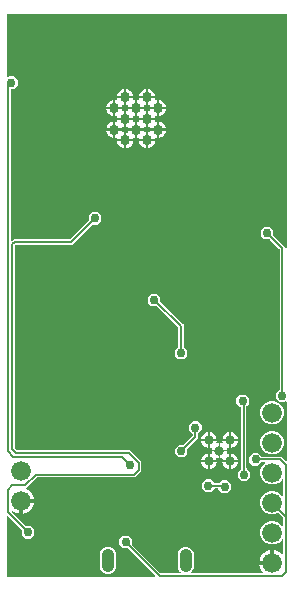
<source format=gbr>
G04 EAGLE Gerber RS-274X export*
G75*
%MOMM*%
%FSLAX34Y34*%
%LPD*%
%INBottom Copper*%
%IPPOS*%
%AMOC8*
5,1,8,0,0,1.08239X$1,22.5*%
G01*
%ADD10C,1.008000*%
%ADD11C,1.676400*%
%ADD12C,0.858000*%
%ADD13C,0.808000*%
%ADD14C,0.756400*%
%ADD15C,0.152400*%

G36*
X126474Y1536D02*
X126474Y1536D01*
X126546Y1538D01*
X126595Y1556D01*
X126646Y1564D01*
X126710Y1598D01*
X126777Y1623D01*
X126818Y1655D01*
X126864Y1680D01*
X126913Y1732D01*
X126969Y1776D01*
X126997Y1820D01*
X127033Y1858D01*
X127063Y1923D01*
X127102Y1983D01*
X127115Y2034D01*
X127137Y2081D01*
X127145Y2152D01*
X127162Y2222D01*
X127158Y2274D01*
X127164Y2325D01*
X127149Y2396D01*
X127143Y2467D01*
X127123Y2515D01*
X127112Y2566D01*
X127075Y2627D01*
X127047Y2693D01*
X127002Y2749D01*
X126985Y2777D01*
X126968Y2792D01*
X126942Y2824D01*
X104296Y25470D01*
X104222Y25523D01*
X104152Y25583D01*
X104122Y25595D01*
X104096Y25614D01*
X104009Y25641D01*
X103924Y25675D01*
X103883Y25679D01*
X103861Y25686D01*
X103829Y25685D01*
X103757Y25693D01*
X99802Y25693D01*
X96693Y28802D01*
X96693Y33198D01*
X99802Y36307D01*
X104198Y36307D01*
X107307Y33198D01*
X107307Y29243D01*
X107321Y29152D01*
X107329Y29062D01*
X107341Y29032D01*
X107346Y29000D01*
X107389Y28919D01*
X107425Y28835D01*
X107451Y28803D01*
X107462Y28782D01*
X107485Y28760D01*
X107530Y28704D01*
X131438Y4796D01*
X131512Y4743D01*
X131582Y4683D01*
X131612Y4671D01*
X131638Y4652D01*
X131725Y4625D01*
X131810Y4591D01*
X131851Y4587D01*
X131873Y4580D01*
X131905Y4581D01*
X131977Y4573D01*
X147666Y4573D01*
X147736Y4584D01*
X147808Y4586D01*
X147857Y4604D01*
X147908Y4612D01*
X147972Y4646D01*
X148039Y4671D01*
X148080Y4703D01*
X148126Y4728D01*
X148175Y4780D01*
X148231Y4824D01*
X148259Y4868D01*
X148295Y4906D01*
X148325Y4971D01*
X148364Y5031D01*
X148377Y5082D01*
X148399Y5129D01*
X148407Y5200D01*
X148424Y5270D01*
X148420Y5322D01*
X148426Y5373D01*
X148411Y5444D01*
X148405Y5515D01*
X148385Y5563D01*
X148374Y5614D01*
X148337Y5675D01*
X148309Y5741D01*
X148264Y5797D01*
X148247Y5825D01*
X148230Y5840D01*
X148204Y5872D01*
X147435Y6641D01*
X146435Y9054D01*
X146435Y21746D01*
X147435Y24159D01*
X149281Y26005D01*
X151694Y27005D01*
X154306Y27005D01*
X156719Y26005D01*
X158565Y24159D01*
X159565Y21746D01*
X159565Y9054D01*
X158565Y6641D01*
X157796Y5872D01*
X157754Y5814D01*
X157705Y5762D01*
X157683Y5715D01*
X157653Y5673D01*
X157632Y5604D01*
X157601Y5539D01*
X157596Y5487D01*
X157580Y5437D01*
X157582Y5366D01*
X157574Y5295D01*
X157585Y5244D01*
X157587Y5192D01*
X157611Y5124D01*
X157626Y5054D01*
X157653Y5009D01*
X157671Y4961D01*
X157716Y4905D01*
X157753Y4843D01*
X157792Y4809D01*
X157825Y4769D01*
X157885Y4730D01*
X157940Y4683D01*
X157988Y4664D01*
X158032Y4636D01*
X158101Y4618D01*
X158168Y4591D01*
X158239Y4583D01*
X158270Y4575D01*
X158294Y4577D01*
X158334Y4573D01*
X217642Y4573D01*
X217713Y4584D01*
X217785Y4586D01*
X217834Y4604D01*
X217885Y4612D01*
X217948Y4646D01*
X218016Y4671D01*
X218057Y4703D01*
X218103Y4728D01*
X218152Y4780D01*
X218208Y4824D01*
X218236Y4868D01*
X218272Y4906D01*
X218302Y4971D01*
X218341Y5031D01*
X218354Y5082D01*
X218376Y5129D01*
X218383Y5200D01*
X218401Y5270D01*
X218397Y5322D01*
X218403Y5373D01*
X218387Y5444D01*
X218382Y5515D01*
X218361Y5563D01*
X218350Y5614D01*
X218314Y5675D01*
X218285Y5741D01*
X218241Y5797D01*
X218224Y5825D01*
X218206Y5840D01*
X218181Y5872D01*
X217669Y6384D01*
X216658Y7775D01*
X215878Y9307D01*
X215346Y10942D01*
X215182Y11977D01*
X225238Y11977D01*
X225258Y11980D01*
X225277Y11978D01*
X225379Y12000D01*
X225481Y12017D01*
X225498Y12026D01*
X225518Y12030D01*
X225607Y12083D01*
X225698Y12132D01*
X225712Y12146D01*
X225729Y12156D01*
X225796Y12235D01*
X225867Y12310D01*
X225876Y12328D01*
X225889Y12343D01*
X225927Y12439D01*
X225971Y12533D01*
X225973Y12553D01*
X225981Y12571D01*
X225999Y12738D01*
X225999Y13501D01*
X226762Y13501D01*
X226782Y13504D01*
X226801Y13502D01*
X226903Y13524D01*
X227005Y13541D01*
X227022Y13550D01*
X227042Y13554D01*
X227131Y13607D01*
X227222Y13656D01*
X227236Y13670D01*
X227253Y13680D01*
X227320Y13759D01*
X227391Y13834D01*
X227400Y13852D01*
X227413Y13867D01*
X227452Y13963D01*
X227495Y14057D01*
X227497Y14077D01*
X227505Y14095D01*
X227523Y14262D01*
X227523Y24318D01*
X228558Y24154D01*
X230193Y23622D01*
X231725Y22842D01*
X233116Y21831D01*
X234128Y20819D01*
X234186Y20777D01*
X234238Y20728D01*
X234285Y20706D01*
X234327Y20676D01*
X234396Y20655D01*
X234461Y20624D01*
X234513Y20619D01*
X234563Y20603D01*
X234634Y20605D01*
X234705Y20597D01*
X234756Y20608D01*
X234808Y20610D01*
X234876Y20634D01*
X234946Y20650D01*
X234991Y20676D01*
X235039Y20694D01*
X235095Y20739D01*
X235157Y20776D01*
X235191Y20815D01*
X235231Y20848D01*
X235270Y20908D01*
X235317Y20963D01*
X235336Y21011D01*
X235364Y21055D01*
X235382Y21124D01*
X235409Y21191D01*
X235417Y21262D01*
X235425Y21293D01*
X235423Y21317D01*
X235427Y21358D01*
X235427Y32479D01*
X235416Y32550D01*
X235414Y32622D01*
X235396Y32671D01*
X235388Y32722D01*
X235354Y32785D01*
X235329Y32853D01*
X235297Y32893D01*
X235272Y32939D01*
X235220Y32989D01*
X235176Y33045D01*
X235132Y33073D01*
X235094Y33109D01*
X235029Y33139D01*
X234969Y33178D01*
X234918Y33190D01*
X234871Y33212D01*
X234800Y33220D01*
X234730Y33238D01*
X234678Y33234D01*
X234627Y33239D01*
X234556Y33224D01*
X234485Y33219D01*
X234437Y33198D01*
X234386Y33187D01*
X234325Y33150D01*
X234259Y33122D01*
X234203Y33078D01*
X234175Y33061D01*
X234160Y33043D01*
X234128Y33018D01*
X231612Y30501D01*
X227971Y28993D01*
X224029Y28993D01*
X220388Y30501D01*
X217601Y33288D01*
X216093Y36929D01*
X216093Y40871D01*
X217601Y44512D01*
X220388Y47299D01*
X224029Y48807D01*
X227971Y48807D01*
X231612Y47299D01*
X234128Y44782D01*
X234186Y44741D01*
X234238Y44691D01*
X234285Y44669D01*
X234327Y44639D01*
X234396Y44618D01*
X234461Y44588D01*
X234513Y44582D01*
X234563Y44567D01*
X234634Y44568D01*
X234705Y44561D01*
X234756Y44572D01*
X234808Y44573D01*
X234876Y44598D01*
X234946Y44613D01*
X234991Y44640D01*
X235039Y44657D01*
X235095Y44702D01*
X235157Y44739D01*
X235191Y44779D01*
X235231Y44811D01*
X235270Y44871D01*
X235317Y44926D01*
X235336Y44974D01*
X235364Y45018D01*
X235382Y45087D01*
X235409Y45154D01*
X235417Y45225D01*
X235425Y45257D01*
X235423Y45280D01*
X235427Y45321D01*
X235427Y51323D01*
X235413Y51414D01*
X235405Y51504D01*
X235393Y51534D01*
X235388Y51566D01*
X235345Y51647D01*
X235309Y51731D01*
X235283Y51763D01*
X235272Y51784D01*
X235249Y51806D01*
X235204Y51862D01*
X231655Y55411D01*
X231561Y55479D01*
X231467Y55549D01*
X231461Y55551D01*
X231456Y55554D01*
X231344Y55589D01*
X231233Y55625D01*
X231226Y55625D01*
X231220Y55627D01*
X231104Y55624D01*
X230987Y55623D01*
X230980Y55621D01*
X230975Y55620D01*
X230957Y55614D01*
X230826Y55576D01*
X227971Y54393D01*
X224029Y54393D01*
X220388Y55901D01*
X217601Y58688D01*
X216093Y62329D01*
X216093Y66271D01*
X217601Y69912D01*
X220388Y72699D01*
X224029Y74207D01*
X227971Y74207D01*
X231612Y72699D01*
X234128Y70182D01*
X234186Y70141D01*
X234238Y70091D01*
X234285Y70069D01*
X234327Y70039D01*
X234396Y70018D01*
X234461Y69988D01*
X234513Y69982D01*
X234563Y69967D01*
X234634Y69968D01*
X234705Y69961D01*
X234756Y69972D01*
X234808Y69973D01*
X234876Y69998D01*
X234946Y70013D01*
X234991Y70040D01*
X235039Y70057D01*
X235095Y70102D01*
X235157Y70139D01*
X235191Y70179D01*
X235231Y70211D01*
X235270Y70271D01*
X235317Y70326D01*
X235336Y70374D01*
X235364Y70418D01*
X235382Y70487D01*
X235409Y70554D01*
X235417Y70625D01*
X235425Y70657D01*
X235423Y70680D01*
X235427Y70721D01*
X235427Y83279D01*
X235416Y83350D01*
X235414Y83422D01*
X235396Y83471D01*
X235388Y83522D01*
X235354Y83585D01*
X235329Y83653D01*
X235297Y83693D01*
X235272Y83739D01*
X235220Y83789D01*
X235176Y83845D01*
X235132Y83873D01*
X235094Y83909D01*
X235029Y83939D01*
X234969Y83978D01*
X234918Y83990D01*
X234871Y84012D01*
X234800Y84020D01*
X234730Y84038D01*
X234678Y84034D01*
X234627Y84039D01*
X234556Y84024D01*
X234485Y84019D01*
X234437Y83998D01*
X234386Y83987D01*
X234325Y83950D01*
X234259Y83922D01*
X234203Y83878D01*
X234175Y83861D01*
X234160Y83843D01*
X234128Y83818D01*
X231612Y81301D01*
X227971Y79793D01*
X224029Y79793D01*
X220388Y81301D01*
X217601Y84088D01*
X216093Y87729D01*
X216093Y91671D01*
X217601Y95312D01*
X219704Y97414D01*
X219745Y97472D01*
X219795Y97524D01*
X219817Y97571D01*
X219847Y97613D01*
X219868Y97682D01*
X219898Y97747D01*
X219904Y97799D01*
X219919Y97849D01*
X219918Y97920D01*
X219925Y97991D01*
X219914Y98042D01*
X219913Y98094D01*
X219888Y98162D01*
X219873Y98232D01*
X219846Y98277D01*
X219829Y98325D01*
X219784Y98381D01*
X219747Y98443D01*
X219707Y98477D01*
X219675Y98517D01*
X219615Y98556D01*
X219560Y98603D01*
X219512Y98622D01*
X219468Y98650D01*
X219399Y98668D01*
X219332Y98695D01*
X219261Y98703D01*
X219229Y98711D01*
X219206Y98709D01*
X219165Y98713D01*
X217533Y98713D01*
X217443Y98699D01*
X217352Y98691D01*
X217323Y98679D01*
X217291Y98674D01*
X217210Y98631D01*
X217126Y98595D01*
X217094Y98569D01*
X217073Y98558D01*
X217051Y98535D01*
X216995Y98490D01*
X214198Y95693D01*
X209802Y95693D01*
X206693Y98802D01*
X206693Y103198D01*
X209802Y106307D01*
X214198Y106307D01*
X216995Y103510D01*
X217069Y103457D01*
X217139Y103397D01*
X217169Y103385D01*
X217195Y103366D01*
X217282Y103339D01*
X217367Y103305D01*
X217408Y103301D01*
X217430Y103294D01*
X217462Y103295D01*
X217533Y103287D01*
X233947Y103287D01*
X237176Y100058D01*
X237234Y100016D01*
X237286Y99967D01*
X237333Y99945D01*
X237375Y99915D01*
X237444Y99894D01*
X237509Y99863D01*
X237561Y99858D01*
X237611Y99842D01*
X237682Y99844D01*
X237753Y99836D01*
X237804Y99847D01*
X237856Y99849D01*
X237924Y99873D01*
X237994Y99888D01*
X238039Y99915D01*
X238087Y99933D01*
X238143Y99978D01*
X238205Y100015D01*
X238239Y100054D01*
X238279Y100087D01*
X238318Y100147D01*
X238365Y100202D01*
X238384Y100250D01*
X238412Y100294D01*
X238430Y100363D01*
X238457Y100430D01*
X238465Y100501D01*
X238473Y100532D01*
X238471Y100556D01*
X238475Y100596D01*
X238475Y149439D01*
X238464Y149509D01*
X238462Y149581D01*
X238444Y149630D01*
X238436Y149681D01*
X238402Y149745D01*
X238377Y149812D01*
X238345Y149853D01*
X238320Y149899D01*
X238268Y149948D01*
X238224Y150004D01*
X238180Y150032D01*
X238142Y150068D01*
X238077Y150098D01*
X238017Y150137D01*
X237966Y150150D01*
X237919Y150172D01*
X237848Y150180D01*
X237778Y150197D01*
X237726Y150193D01*
X237675Y150199D01*
X237604Y150184D01*
X237533Y150178D01*
X237485Y150158D01*
X237434Y150147D01*
X237373Y150110D01*
X237307Y150082D01*
X237251Y150037D01*
X237223Y150020D01*
X237208Y150003D01*
X237176Y149977D01*
X236892Y149693D01*
X232655Y149693D01*
X232584Y149682D01*
X232512Y149680D01*
X232463Y149662D01*
X232412Y149654D01*
X232349Y149620D01*
X232281Y149595D01*
X232241Y149563D01*
X232195Y149538D01*
X232145Y149486D01*
X232089Y149442D01*
X232061Y149398D01*
X232025Y149360D01*
X231995Y149295D01*
X231956Y149235D01*
X231944Y149184D01*
X231922Y149137D01*
X231914Y149066D01*
X231896Y148996D01*
X231900Y148944D01*
X231895Y148893D01*
X231910Y148822D01*
X231915Y148751D01*
X231936Y148703D01*
X231947Y148652D01*
X231984Y148591D01*
X232012Y148525D01*
X232056Y148469D01*
X232073Y148441D01*
X232091Y148426D01*
X232116Y148394D01*
X234399Y146112D01*
X235907Y142471D01*
X235907Y138529D01*
X234399Y134888D01*
X231612Y132101D01*
X227971Y130593D01*
X224029Y130593D01*
X220388Y132101D01*
X217601Y134888D01*
X216093Y138529D01*
X216093Y142471D01*
X217601Y146112D01*
X220388Y148899D01*
X224029Y150407D01*
X227971Y150407D01*
X230942Y149176D01*
X231037Y149154D01*
X231130Y149125D01*
X231156Y149126D01*
X231182Y149120D01*
X231278Y149129D01*
X231376Y149131D01*
X231400Y149140D01*
X231426Y149143D01*
X231515Y149182D01*
X231607Y149216D01*
X231627Y149232D01*
X231651Y149243D01*
X231723Y149309D01*
X231799Y149370D01*
X231813Y149392D01*
X231832Y149409D01*
X231879Y149495D01*
X231932Y149576D01*
X231938Y149602D01*
X231951Y149625D01*
X231968Y149721D01*
X231992Y149815D01*
X231990Y149841D01*
X231995Y149867D01*
X231980Y149963D01*
X231973Y150060D01*
X231963Y150084D01*
X231959Y150110D01*
X231915Y150197D01*
X231876Y150287D01*
X231856Y150312D01*
X231847Y150329D01*
X231824Y150353D01*
X231772Y150417D01*
X229387Y152802D01*
X229387Y157198D01*
X232184Y159995D01*
X232237Y160069D01*
X232297Y160139D01*
X232309Y160169D01*
X232328Y160195D01*
X232355Y160282D01*
X232389Y160367D01*
X232393Y160408D01*
X232400Y160430D01*
X232399Y160462D01*
X232407Y160533D01*
X232407Y278466D01*
X232393Y278556D01*
X232385Y278647D01*
X232373Y278677D01*
X232368Y278708D01*
X232325Y278789D01*
X232289Y278873D01*
X232263Y278905D01*
X232252Y278926D01*
X232229Y278948D01*
X232184Y279004D01*
X224007Y287181D01*
X223933Y287235D01*
X223863Y287294D01*
X223833Y287306D01*
X223807Y287325D01*
X223720Y287352D01*
X223635Y287386D01*
X223594Y287390D01*
X223572Y287397D01*
X223540Y287396D01*
X223469Y287404D01*
X219513Y287404D01*
X216404Y290513D01*
X216404Y294909D01*
X219513Y298018D01*
X223909Y298018D01*
X227018Y294909D01*
X227018Y290954D01*
X227033Y290864D01*
X227040Y290773D01*
X227052Y290743D01*
X227058Y290711D01*
X227100Y290630D01*
X227136Y290546D01*
X227162Y290514D01*
X227173Y290494D01*
X227196Y290471D01*
X227241Y290415D01*
X235418Y282238D01*
X237176Y280480D01*
X237234Y280439D01*
X237286Y280389D01*
X237333Y280367D01*
X237375Y280337D01*
X237444Y280316D01*
X237509Y280286D01*
X237561Y280280D01*
X237611Y280265D01*
X237682Y280266D01*
X237753Y280258D01*
X237804Y280270D01*
X237856Y280271D01*
X237924Y280296D01*
X237994Y280311D01*
X238039Y280337D01*
X238087Y280355D01*
X238143Y280400D01*
X238205Y280437D01*
X238239Y280476D01*
X238279Y280509D01*
X238318Y280569D01*
X238365Y280624D01*
X238384Y280672D01*
X238412Y280716D01*
X238430Y280785D01*
X238457Y280852D01*
X238465Y280923D01*
X238473Y280954D01*
X238471Y280978D01*
X238475Y281019D01*
X238475Y477714D01*
X238472Y477734D01*
X238474Y477753D01*
X238452Y477855D01*
X238436Y477957D01*
X238426Y477974D01*
X238422Y477994D01*
X238369Y478083D01*
X238320Y478174D01*
X238306Y478188D01*
X238296Y478205D01*
X238217Y478272D01*
X238142Y478344D01*
X238124Y478352D01*
X238109Y478365D01*
X238013Y478404D01*
X237919Y478447D01*
X237899Y478449D01*
X237881Y478457D01*
X237714Y478475D01*
X2286Y478475D01*
X2266Y478472D01*
X2247Y478474D01*
X2145Y478452D01*
X2043Y478436D01*
X2026Y478426D01*
X2006Y478422D01*
X1917Y478369D01*
X1826Y478320D01*
X1812Y478306D01*
X1795Y478296D01*
X1728Y478217D01*
X1656Y478142D01*
X1648Y478124D01*
X1635Y478109D01*
X1596Y478013D01*
X1553Y477919D01*
X1551Y477899D01*
X1543Y477881D01*
X1525Y477714D01*
X1525Y425561D01*
X1536Y425491D01*
X1538Y425419D01*
X1556Y425370D01*
X1564Y425319D01*
X1598Y425255D01*
X1623Y425188D01*
X1655Y425147D01*
X1680Y425101D01*
X1732Y425052D01*
X1776Y424996D01*
X1820Y424968D01*
X1858Y424932D01*
X1923Y424902D01*
X1983Y424863D01*
X2034Y424850D01*
X2081Y424828D01*
X2152Y424820D01*
X2222Y424803D01*
X2274Y424807D01*
X2325Y424801D01*
X2396Y424816D01*
X2467Y424822D01*
X2515Y424842D01*
X2566Y424853D01*
X2627Y424890D01*
X2693Y424918D01*
X2749Y424963D01*
X2777Y424980D01*
X2792Y424997D01*
X2824Y425023D01*
X3108Y425307D01*
X7504Y425307D01*
X10613Y422198D01*
X10613Y417802D01*
X7504Y414693D01*
X5334Y414693D01*
X5314Y414690D01*
X5295Y414692D01*
X5193Y414670D01*
X5091Y414654D01*
X5074Y414644D01*
X5054Y414640D01*
X4965Y414587D01*
X4874Y414538D01*
X4860Y414524D01*
X4843Y414514D01*
X4776Y414435D01*
X4704Y414360D01*
X4696Y414342D01*
X4683Y414327D01*
X4644Y414231D01*
X4601Y414137D01*
X4599Y414117D01*
X4591Y414099D01*
X4573Y413932D01*
X4573Y286544D01*
X4584Y286474D01*
X4586Y286402D01*
X4604Y286353D01*
X4612Y286302D01*
X4646Y286238D01*
X4671Y286171D01*
X4703Y286130D01*
X4728Y286084D01*
X4780Y286035D01*
X4824Y285979D01*
X4868Y285951D01*
X4906Y285915D01*
X4971Y285885D01*
X5031Y285846D01*
X5082Y285833D01*
X5129Y285811D01*
X5200Y285803D01*
X5270Y285786D01*
X5322Y285790D01*
X5373Y285784D01*
X5444Y285799D01*
X5515Y285805D01*
X5563Y285825D01*
X5614Y285836D01*
X5675Y285873D01*
X5741Y285901D01*
X5797Y285946D01*
X5825Y285963D01*
X5840Y285980D01*
X5872Y286006D01*
X7153Y287287D01*
X54737Y287287D01*
X54828Y287301D01*
X54918Y287309D01*
X54948Y287321D01*
X54980Y287326D01*
X55061Y287369D01*
X55145Y287405D01*
X55177Y287431D01*
X55198Y287442D01*
X55220Y287465D01*
X55276Y287510D01*
X70470Y302704D01*
X70523Y302778D01*
X70583Y302848D01*
X70595Y302878D01*
X70614Y302904D01*
X70641Y302991D01*
X70675Y303076D01*
X70679Y303117D01*
X70686Y303139D01*
X70685Y303171D01*
X70693Y303243D01*
X70693Y307198D01*
X73802Y310307D01*
X78198Y310307D01*
X81307Y307198D01*
X81307Y302802D01*
X78198Y299693D01*
X74243Y299693D01*
X74152Y299679D01*
X74062Y299671D01*
X74032Y299659D01*
X74000Y299654D01*
X73919Y299611D01*
X73835Y299575D01*
X73803Y299549D01*
X73782Y299538D01*
X73760Y299515D01*
X73704Y299470D01*
X56947Y282713D01*
X9362Y282713D01*
X9272Y282699D01*
X9181Y282691D01*
X9152Y282679D01*
X9120Y282674D01*
X9039Y282631D01*
X8955Y282595D01*
X8923Y282569D01*
X8902Y282558D01*
X8880Y282535D01*
X8824Y282490D01*
X8590Y282256D01*
X8537Y282182D01*
X8477Y282112D01*
X8465Y282082D01*
X8446Y282056D01*
X8419Y281969D01*
X8385Y281884D01*
X8381Y281843D01*
X8374Y281821D01*
X8375Y281789D01*
X8367Y281717D01*
X8367Y111134D01*
X8369Y111119D01*
X8368Y111105D01*
X8382Y111041D01*
X8389Y110953D01*
X8401Y110923D01*
X8406Y110891D01*
X8420Y110866D01*
X8420Y110865D01*
X8423Y110860D01*
X8449Y110810D01*
X8485Y110727D01*
X8511Y110694D01*
X8522Y110674D01*
X8545Y110652D01*
X8590Y110596D01*
X9882Y109304D01*
X9956Y109251D01*
X10025Y109191D01*
X10055Y109179D01*
X10081Y109160D01*
X10168Y109133D01*
X10253Y109099D01*
X10294Y109095D01*
X10316Y109088D01*
X10349Y109089D01*
X10420Y109081D01*
X105375Y109081D01*
X115287Y99169D01*
X115287Y90831D01*
X110169Y85713D01*
X27263Y85713D01*
X27172Y85699D01*
X27082Y85691D01*
X27052Y85679D01*
X27020Y85674D01*
X26939Y85631D01*
X26855Y85595D01*
X26823Y85569D01*
X26802Y85558D01*
X26780Y85535D01*
X26724Y85490D01*
X19510Y78276D01*
X18145Y76911D01*
X18135Y76898D01*
X18123Y76888D01*
X18064Y76798D01*
X18001Y76711D01*
X17996Y76696D01*
X17988Y76682D01*
X17960Y76578D01*
X17929Y76476D01*
X17929Y76460D01*
X17925Y76445D01*
X17932Y76337D01*
X17935Y76230D01*
X17941Y76215D01*
X17942Y76199D01*
X17982Y76100D01*
X18020Y75999D01*
X18030Y75986D01*
X18036Y75972D01*
X18106Y75891D01*
X18173Y75807D01*
X18187Y75798D01*
X18197Y75786D01*
X18337Y75694D01*
X19225Y75242D01*
X20616Y74231D01*
X21831Y73016D01*
X22842Y71625D01*
X23622Y70093D01*
X24154Y68458D01*
X24318Y67423D01*
X14262Y67423D01*
X14242Y67420D01*
X14223Y67422D01*
X14121Y67400D01*
X14019Y67383D01*
X14002Y67374D01*
X13982Y67370D01*
X13893Y67317D01*
X13802Y67268D01*
X13788Y67254D01*
X13771Y67244D01*
X13704Y67165D01*
X13633Y67090D01*
X13624Y67072D01*
X13611Y67057D01*
X13573Y66961D01*
X13529Y66867D01*
X13527Y66847D01*
X13519Y66829D01*
X13501Y66662D01*
X13501Y65899D01*
X12738Y65899D01*
X12718Y65896D01*
X12699Y65898D01*
X12597Y65876D01*
X12495Y65859D01*
X12478Y65850D01*
X12458Y65846D01*
X12369Y65793D01*
X12278Y65744D01*
X12264Y65730D01*
X12247Y65720D01*
X12180Y65641D01*
X12109Y65566D01*
X12100Y65548D01*
X12087Y65533D01*
X12048Y65437D01*
X12005Y65343D01*
X12003Y65323D01*
X11995Y65305D01*
X11977Y65138D01*
X11977Y55082D01*
X10942Y55246D01*
X9307Y55778D01*
X7775Y56558D01*
X6624Y57395D01*
X6567Y57423D01*
X6515Y57461D01*
X6458Y57478D01*
X6404Y57505D01*
X6341Y57514D01*
X6280Y57533D01*
X6220Y57531D01*
X6161Y57540D01*
X6098Y57528D01*
X6034Y57527D01*
X5978Y57506D01*
X5919Y57495D01*
X5863Y57464D01*
X5803Y57442D01*
X5756Y57405D01*
X5704Y57376D01*
X5661Y57328D01*
X5611Y57288D01*
X5578Y57238D01*
X5538Y57194D01*
X5512Y57135D01*
X5478Y57082D01*
X5463Y57023D01*
X5439Y56969D01*
X5433Y56905D01*
X5418Y56843D01*
X5422Y56783D01*
X5417Y56724D01*
X5432Y56661D01*
X5437Y56598D01*
X5460Y56543D01*
X5474Y56484D01*
X5508Y56430D01*
X5533Y56371D01*
X5587Y56304D01*
X5605Y56276D01*
X5623Y56259D01*
X5638Y56240D01*
X17027Y44852D01*
X17100Y44799D01*
X17170Y44739D01*
X17200Y44727D01*
X17226Y44708D01*
X17313Y44682D01*
X17398Y44648D01*
X17439Y44643D01*
X17461Y44636D01*
X17494Y44637D01*
X17565Y44629D01*
X21520Y44629D01*
X24629Y41520D01*
X24629Y37124D01*
X21520Y34016D01*
X17124Y34016D01*
X14016Y37124D01*
X14016Y41080D01*
X14001Y41170D01*
X13994Y41261D01*
X13981Y41291D01*
X13976Y41323D01*
X13933Y41403D01*
X13897Y41487D01*
X13872Y41519D01*
X13861Y41540D01*
X13837Y41562D01*
X13793Y41618D01*
X2824Y52586D01*
X2766Y52628D01*
X2714Y52678D01*
X2667Y52700D01*
X2625Y52730D01*
X2556Y52751D01*
X2491Y52781D01*
X2439Y52787D01*
X2389Y52802D01*
X2318Y52800D01*
X2247Y52808D01*
X2196Y52797D01*
X2144Y52796D01*
X2076Y52771D01*
X2006Y52756D01*
X1961Y52729D01*
X1913Y52712D01*
X1857Y52667D01*
X1795Y52630D01*
X1761Y52590D01*
X1721Y52558D01*
X1682Y52498D01*
X1635Y52443D01*
X1616Y52395D01*
X1588Y52351D01*
X1570Y52281D01*
X1543Y52215D01*
X1535Y52144D01*
X1527Y52112D01*
X1529Y52089D01*
X1525Y52048D01*
X1525Y2286D01*
X1528Y2266D01*
X1526Y2247D01*
X1548Y2145D01*
X1564Y2043D01*
X1574Y2026D01*
X1578Y2006D01*
X1631Y1917D01*
X1680Y1826D01*
X1694Y1812D01*
X1704Y1795D01*
X1783Y1728D01*
X1858Y1656D01*
X1876Y1648D01*
X1891Y1635D01*
X1987Y1596D01*
X2081Y1553D01*
X2101Y1551D01*
X2119Y1543D01*
X2286Y1525D01*
X126404Y1525D01*
X126474Y1536D01*
G37*
%LPC*%
G36*
X199802Y82693D02*
X199802Y82693D01*
X196693Y85802D01*
X196693Y90198D01*
X199490Y92995D01*
X199543Y93069D01*
X199603Y93139D01*
X199615Y93169D01*
X199634Y93195D01*
X199661Y93282D01*
X199695Y93367D01*
X199699Y93408D01*
X199706Y93430D01*
X199705Y93462D01*
X199713Y93533D01*
X199713Y144334D01*
X199710Y144354D01*
X199712Y144373D01*
X199690Y144475D01*
X199674Y144577D01*
X199664Y144594D01*
X199660Y144614D01*
X199607Y144703D01*
X199558Y144794D01*
X199544Y144808D01*
X199534Y144825D01*
X199455Y144892D01*
X199380Y144964D01*
X199362Y144972D01*
X199347Y144985D01*
X199251Y145024D01*
X199157Y145067D01*
X199137Y145069D01*
X199119Y145077D01*
X198952Y145095D01*
X198802Y145095D01*
X195693Y148204D01*
X195693Y152600D01*
X198802Y155709D01*
X203198Y155709D01*
X206307Y152600D01*
X206307Y148204D01*
X204510Y146407D01*
X204457Y146333D01*
X204397Y146263D01*
X204385Y146233D01*
X204366Y146207D01*
X204339Y146120D01*
X204305Y146035D01*
X204301Y145994D01*
X204294Y145972D01*
X204295Y145940D01*
X204287Y145869D01*
X204287Y93533D01*
X204301Y93443D01*
X204309Y93352D01*
X204321Y93323D01*
X204326Y93291D01*
X204369Y93210D01*
X204405Y93126D01*
X204431Y93094D01*
X204442Y93073D01*
X204465Y93051D01*
X204510Y92995D01*
X207307Y90198D01*
X207307Y85802D01*
X204198Y82693D01*
X199802Y82693D01*
G37*
%LPD*%
%LPC*%
G36*
X146702Y185693D02*
X146702Y185693D01*
X143593Y188802D01*
X143593Y193198D01*
X146390Y195995D01*
X146443Y196069D01*
X146503Y196139D01*
X146515Y196169D01*
X146534Y196195D01*
X146561Y196282D01*
X146595Y196367D01*
X146599Y196408D01*
X146606Y196430D01*
X146605Y196462D01*
X146613Y196533D01*
X146613Y212966D01*
X146597Y213067D01*
X146586Y213169D01*
X146577Y213188D01*
X146574Y213208D01*
X146526Y213299D01*
X146482Y213393D01*
X146466Y213412D01*
X146458Y213426D01*
X146435Y213448D01*
X146374Y213520D01*
X128339Y230485D01*
X128273Y230529D01*
X128212Y230581D01*
X128171Y230597D01*
X128135Y230622D01*
X128058Y230643D01*
X127984Y230673D01*
X127926Y230679D01*
X127897Y230687D01*
X127870Y230685D01*
X127817Y230691D01*
X123617Y230691D01*
X120508Y233800D01*
X120508Y238196D01*
X123617Y241305D01*
X128013Y241305D01*
X131122Y238196D01*
X131122Y234475D01*
X131138Y234373D01*
X131149Y234271D01*
X131158Y234252D01*
X131161Y234232D01*
X131181Y234194D01*
X131183Y234187D01*
X131201Y234157D01*
X131209Y234141D01*
X131252Y234048D01*
X131269Y234028D01*
X131276Y234015D01*
X131299Y233993D01*
X131309Y233976D01*
X131325Y233962D01*
X131361Y233920D01*
X149587Y216777D01*
X149653Y216732D01*
X149713Y216680D01*
X149753Y216665D01*
X150484Y215933D01*
X150491Y215928D01*
X150501Y215917D01*
X151187Y215272D01*
X151187Y214330D01*
X151188Y214320D01*
X151187Y214306D01*
X151219Y213275D01*
X151205Y213242D01*
X151199Y213184D01*
X151191Y213156D01*
X151193Y213128D01*
X151187Y213075D01*
X151187Y196533D01*
X151201Y196443D01*
X151209Y196352D01*
X151221Y196323D01*
X151226Y196291D01*
X151269Y196210D01*
X151305Y196126D01*
X151331Y196094D01*
X151342Y196073D01*
X151365Y196051D01*
X151410Y195995D01*
X154207Y193198D01*
X154207Y188802D01*
X151098Y185693D01*
X146702Y185693D01*
G37*
%LPD*%
%LPC*%
G36*
X224029Y105193D02*
X224029Y105193D01*
X220388Y106701D01*
X217601Y109488D01*
X216093Y113129D01*
X216093Y117071D01*
X217601Y120712D01*
X220388Y123499D01*
X224029Y125007D01*
X227971Y125007D01*
X231612Y123499D01*
X234399Y120712D01*
X235907Y117071D01*
X235907Y113129D01*
X234399Y109488D01*
X231612Y106701D01*
X227971Y105193D01*
X224029Y105193D01*
G37*
%LPD*%
%LPC*%
G36*
X85694Y3795D02*
X85694Y3795D01*
X83281Y4795D01*
X81435Y6641D01*
X80435Y9054D01*
X80435Y21746D01*
X81435Y24159D01*
X83281Y26005D01*
X85694Y27005D01*
X88306Y27005D01*
X90719Y26005D01*
X92565Y24159D01*
X93565Y21746D01*
X93565Y9054D01*
X92565Y6641D01*
X90719Y4795D01*
X88306Y3795D01*
X85694Y3795D01*
G37*
%LPD*%
%LPC*%
G36*
X146802Y102693D02*
X146802Y102693D01*
X143693Y105802D01*
X143693Y110198D01*
X146802Y113307D01*
X150757Y113307D01*
X150848Y113321D01*
X150938Y113329D01*
X150968Y113341D01*
X151000Y113346D01*
X151081Y113389D01*
X151165Y113425D01*
X151197Y113451D01*
X151218Y113462D01*
X151240Y113485D01*
X151296Y113530D01*
X158490Y120724D01*
X158543Y120798D01*
X158603Y120868D01*
X158615Y120898D01*
X158634Y120924D01*
X158661Y121011D01*
X158695Y121096D01*
X158699Y121137D01*
X158706Y121159D01*
X158705Y121191D01*
X158713Y121263D01*
X158713Y122467D01*
X158699Y122557D01*
X158691Y122648D01*
X158679Y122677D01*
X158674Y122709D01*
X158631Y122790D01*
X158595Y122874D01*
X158569Y122906D01*
X158558Y122927D01*
X158535Y122949D01*
X158490Y123005D01*
X155693Y125802D01*
X155693Y130198D01*
X158802Y133307D01*
X163198Y133307D01*
X166307Y130198D01*
X166307Y125802D01*
X163510Y123005D01*
X163457Y122931D01*
X163397Y122861D01*
X163385Y122831D01*
X163366Y122805D01*
X163339Y122718D01*
X163305Y122633D01*
X163301Y122592D01*
X163294Y122570D01*
X163295Y122538D01*
X163287Y122467D01*
X163287Y119053D01*
X154530Y110296D01*
X154477Y110222D01*
X154417Y110152D01*
X154405Y110122D01*
X154386Y110096D01*
X154359Y110009D01*
X154325Y109924D01*
X154321Y109883D01*
X154314Y109861D01*
X154315Y109829D01*
X154307Y109757D01*
X154307Y105802D01*
X151198Y102693D01*
X146802Y102693D01*
G37*
%LPD*%
%LPC*%
G36*
X183516Y72693D02*
X183516Y72693D01*
X180403Y75807D01*
X180384Y75891D01*
X180368Y75993D01*
X180358Y76010D01*
X180354Y76030D01*
X180301Y76119D01*
X180252Y76210D01*
X180238Y76224D01*
X180228Y76241D01*
X180149Y76308D01*
X180074Y76380D01*
X180056Y76388D01*
X180041Y76401D01*
X179945Y76440D01*
X179851Y76483D01*
X179831Y76485D01*
X179813Y76493D01*
X179646Y76511D01*
X177619Y76511D01*
X177529Y76497D01*
X177438Y76489D01*
X177409Y76477D01*
X177377Y76472D01*
X177296Y76429D01*
X177212Y76393D01*
X177180Y76367D01*
X177159Y76356D01*
X177137Y76333D01*
X177081Y76288D01*
X174284Y73491D01*
X169888Y73491D01*
X166779Y76600D01*
X166779Y80996D01*
X169888Y84105D01*
X174284Y84105D01*
X177081Y81308D01*
X177155Y81255D01*
X177225Y81195D01*
X177255Y81183D01*
X177281Y81164D01*
X177368Y81137D01*
X177453Y81103D01*
X177494Y81099D01*
X177516Y81092D01*
X177548Y81093D01*
X177619Y81085D01*
X180979Y81085D01*
X181069Y81099D01*
X181160Y81107D01*
X181189Y81119D01*
X181221Y81124D01*
X181302Y81167D01*
X181386Y81203D01*
X181418Y81229D01*
X181439Y81240D01*
X181461Y81263D01*
X181517Y81308D01*
X183516Y83307D01*
X187912Y83307D01*
X191021Y80198D01*
X191021Y75802D01*
X187912Y72693D01*
X183516Y72693D01*
G37*
%LPD*%
%LPC*%
G36*
X215182Y15023D02*
X215182Y15023D01*
X215346Y16058D01*
X215878Y17693D01*
X216658Y19225D01*
X217669Y20616D01*
X218884Y21831D01*
X220275Y22842D01*
X221807Y23622D01*
X223442Y24154D01*
X224477Y24318D01*
X224477Y15023D01*
X215182Y15023D01*
G37*
%LPD*%
%LPC*%
G36*
X15023Y64377D02*
X15023Y64377D01*
X24318Y64377D01*
X24154Y63342D01*
X23622Y61707D01*
X22842Y60175D01*
X21831Y58784D01*
X20616Y57569D01*
X19225Y56558D01*
X17693Y55778D01*
X16058Y55246D01*
X15023Y55082D01*
X15023Y64377D01*
G37*
%LPD*%
%LPC*%
G36*
X93324Y399549D02*
X93324Y399549D01*
X93324Y405466D01*
X94092Y405313D01*
X94138Y405311D01*
X94182Y405301D01*
X94260Y405307D01*
X94338Y405305D01*
X94382Y405318D01*
X94427Y405322D01*
X94499Y405353D01*
X94573Y405375D01*
X94611Y405402D01*
X94653Y405420D01*
X94711Y405472D01*
X94774Y405517D01*
X94801Y405554D01*
X94835Y405585D01*
X94874Y405653D01*
X94919Y405715D01*
X94933Y405759D01*
X94956Y405799D01*
X94970Y405876D01*
X94994Y405950D01*
X94993Y405996D01*
X95001Y406041D01*
X94990Y406177D01*
X94989Y406196D01*
X94988Y406201D01*
X94987Y406208D01*
X94834Y406976D01*
X100751Y406976D01*
X100751Y401059D01*
X99983Y401212D01*
X99937Y401214D01*
X99893Y401224D01*
X99815Y401218D01*
X99737Y401220D01*
X99693Y401207D01*
X99648Y401203D01*
X99576Y401172D01*
X99502Y401150D01*
X99464Y401123D01*
X99422Y401105D01*
X99364Y401053D01*
X99301Y401008D01*
X99274Y400971D01*
X99240Y400940D01*
X99201Y400872D01*
X99156Y400810D01*
X99142Y400766D01*
X99119Y400726D01*
X99105Y400649D01*
X99081Y400575D01*
X99082Y400529D01*
X99074Y400484D01*
X99085Y400348D01*
X99086Y400329D01*
X99087Y400324D01*
X99088Y400317D01*
X99241Y399549D01*
X93324Y399549D01*
G37*
%LPD*%
%LPC*%
G36*
X111674Y399549D02*
X111674Y399549D01*
X111674Y405466D01*
X112442Y405313D01*
X112488Y405311D01*
X112532Y405301D01*
X112610Y405307D01*
X112688Y405305D01*
X112732Y405318D01*
X112777Y405322D01*
X112849Y405353D01*
X112923Y405375D01*
X112961Y405402D01*
X113003Y405420D01*
X113061Y405472D01*
X113124Y405517D01*
X113151Y405554D01*
X113185Y405585D01*
X113224Y405653D01*
X113269Y405715D01*
X113283Y405759D01*
X113306Y405799D01*
X113320Y405876D01*
X113344Y405950D01*
X113343Y405996D01*
X113351Y406041D01*
X113340Y406177D01*
X113339Y406196D01*
X113338Y406201D01*
X113337Y406208D01*
X113184Y406976D01*
X119101Y406976D01*
X119101Y401059D01*
X118333Y401212D01*
X118287Y401214D01*
X118243Y401224D01*
X118165Y401218D01*
X118087Y401220D01*
X118043Y401207D01*
X117998Y401203D01*
X117926Y401172D01*
X117852Y401150D01*
X117814Y401123D01*
X117772Y401105D01*
X117714Y401053D01*
X117651Y401008D01*
X117624Y400971D01*
X117590Y400940D01*
X117551Y400872D01*
X117506Y400810D01*
X117492Y400766D01*
X117469Y400726D01*
X117455Y400649D01*
X117431Y400575D01*
X117432Y400529D01*
X117424Y400484D01*
X117435Y400348D01*
X117436Y400329D01*
X117437Y400324D01*
X117438Y400317D01*
X117591Y399549D01*
X111674Y399549D01*
G37*
%LPD*%
%LPC*%
G36*
X102499Y372024D02*
X102499Y372024D01*
X102499Y377941D01*
X103267Y377788D01*
X103313Y377786D01*
X103357Y377776D01*
X103435Y377782D01*
X103513Y377780D01*
X103557Y377793D01*
X103602Y377797D01*
X103674Y377828D01*
X103748Y377850D01*
X103786Y377877D01*
X103828Y377895D01*
X103886Y377947D01*
X103949Y377992D01*
X103976Y378029D01*
X104010Y378060D01*
X104049Y378128D01*
X104094Y378190D01*
X104108Y378234D01*
X104131Y378274D01*
X104145Y378351D01*
X104169Y378425D01*
X104168Y378471D01*
X104176Y378516D01*
X104165Y378652D01*
X104164Y378671D01*
X104163Y378676D01*
X104162Y378683D01*
X104009Y379451D01*
X109926Y379451D01*
X109926Y373534D01*
X109158Y373687D01*
X109112Y373689D01*
X109068Y373699D01*
X108990Y373693D01*
X108912Y373695D01*
X108868Y373682D01*
X108823Y373678D01*
X108751Y373647D01*
X108677Y373625D01*
X108639Y373598D01*
X108597Y373580D01*
X108539Y373528D01*
X108476Y373483D01*
X108449Y373446D01*
X108415Y373415D01*
X108376Y373347D01*
X108331Y373285D01*
X108317Y373241D01*
X108294Y373201D01*
X108280Y373124D01*
X108256Y373050D01*
X108257Y373004D01*
X108249Y372959D01*
X108260Y372823D01*
X108261Y372804D01*
X108262Y372799D01*
X108263Y372792D01*
X108416Y372024D01*
X102499Y372024D01*
G37*
%LPD*%
%LPC*%
G36*
X120849Y372024D02*
X120849Y372024D01*
X120849Y377941D01*
X121617Y377788D01*
X121663Y377786D01*
X121707Y377776D01*
X121785Y377782D01*
X121863Y377780D01*
X121907Y377793D01*
X121952Y377797D01*
X122024Y377828D01*
X122098Y377850D01*
X122136Y377877D01*
X122178Y377895D01*
X122236Y377947D01*
X122299Y377992D01*
X122326Y378029D01*
X122360Y378060D01*
X122399Y378128D01*
X122444Y378190D01*
X122458Y378234D01*
X122481Y378274D01*
X122495Y378351D01*
X122519Y378425D01*
X122518Y378471D01*
X122526Y378516D01*
X122515Y378652D01*
X122514Y378671D01*
X122513Y378676D01*
X122512Y378683D01*
X122359Y379451D01*
X128276Y379451D01*
X128276Y373534D01*
X127508Y373687D01*
X127462Y373689D01*
X127418Y373699D01*
X127340Y373693D01*
X127262Y373695D01*
X127218Y373682D01*
X127173Y373678D01*
X127101Y373647D01*
X127027Y373625D01*
X126989Y373598D01*
X126947Y373580D01*
X126889Y373528D01*
X126826Y373483D01*
X126799Y373446D01*
X126765Y373415D01*
X126726Y373347D01*
X126681Y373285D01*
X126667Y373241D01*
X126644Y373201D01*
X126630Y373124D01*
X126606Y373050D01*
X126607Y373004D01*
X126599Y372959D01*
X126610Y372823D01*
X126611Y372804D01*
X126612Y372799D01*
X126613Y372792D01*
X126766Y372024D01*
X120849Y372024D01*
G37*
%LPD*%
%LPC*%
G36*
X93324Y381199D02*
X93324Y381199D01*
X93324Y387116D01*
X94092Y386963D01*
X94138Y386961D01*
X94182Y386951D01*
X94260Y386957D01*
X94338Y386955D01*
X94382Y386968D01*
X94427Y386972D01*
X94499Y387003D01*
X94573Y387025D01*
X94611Y387052D01*
X94653Y387070D01*
X94711Y387122D01*
X94774Y387167D01*
X94801Y387204D01*
X94835Y387235D01*
X94874Y387303D01*
X94919Y387365D01*
X94933Y387409D01*
X94956Y387449D01*
X94970Y387526D01*
X94994Y387600D01*
X94993Y387646D01*
X95001Y387691D01*
X94990Y387827D01*
X94989Y387846D01*
X94988Y387851D01*
X94987Y387858D01*
X94834Y388626D01*
X100751Y388626D01*
X100751Y382709D01*
X99983Y382862D01*
X99937Y382864D01*
X99893Y382874D01*
X99815Y382868D01*
X99737Y382870D01*
X99693Y382857D01*
X99648Y382853D01*
X99576Y382822D01*
X99502Y382800D01*
X99464Y382773D01*
X99422Y382755D01*
X99364Y382703D01*
X99301Y382658D01*
X99274Y382621D01*
X99240Y382590D01*
X99201Y382522D01*
X99156Y382460D01*
X99142Y382416D01*
X99119Y382376D01*
X99105Y382299D01*
X99081Y382225D01*
X99082Y382179D01*
X99074Y382134D01*
X99085Y381998D01*
X99086Y381979D01*
X99087Y381974D01*
X99088Y381967D01*
X99241Y381199D01*
X93324Y381199D01*
G37*
%LPD*%
%LPC*%
G36*
X111674Y381199D02*
X111674Y381199D01*
X111674Y387116D01*
X112442Y386963D01*
X112488Y386961D01*
X112532Y386951D01*
X112610Y386957D01*
X112688Y386955D01*
X112732Y386968D01*
X112777Y386972D01*
X112849Y387003D01*
X112923Y387025D01*
X112961Y387052D01*
X113003Y387070D01*
X113061Y387122D01*
X113124Y387167D01*
X113151Y387204D01*
X113185Y387235D01*
X113224Y387303D01*
X113269Y387365D01*
X113283Y387409D01*
X113306Y387449D01*
X113320Y387526D01*
X113344Y387600D01*
X113343Y387646D01*
X113351Y387691D01*
X113340Y387827D01*
X113339Y387846D01*
X113338Y387851D01*
X113337Y387858D01*
X113184Y388626D01*
X119101Y388626D01*
X119101Y382709D01*
X118333Y382862D01*
X118287Y382864D01*
X118243Y382874D01*
X118165Y382868D01*
X118087Y382870D01*
X118043Y382857D01*
X117998Y382853D01*
X117926Y382822D01*
X117852Y382800D01*
X117814Y382773D01*
X117772Y382755D01*
X117714Y382703D01*
X117651Y382658D01*
X117624Y382621D01*
X117590Y382590D01*
X117551Y382522D01*
X117506Y382460D01*
X117492Y382416D01*
X117469Y382376D01*
X117455Y382299D01*
X117431Y382225D01*
X117432Y382179D01*
X117424Y382134D01*
X117435Y381998D01*
X117436Y381979D01*
X117437Y381974D01*
X117438Y381967D01*
X117591Y381199D01*
X111674Y381199D01*
G37*
%LPD*%
%LPC*%
G36*
X113184Y372024D02*
X113184Y372024D01*
X113337Y372792D01*
X113339Y372838D01*
X113349Y372882D01*
X113343Y372960D01*
X113345Y373038D01*
X113332Y373082D01*
X113328Y373127D01*
X113297Y373199D01*
X113275Y373273D01*
X113248Y373311D01*
X113230Y373353D01*
X113178Y373411D01*
X113133Y373474D01*
X113096Y373501D01*
X113065Y373535D01*
X112997Y373574D01*
X112935Y373619D01*
X112891Y373633D01*
X112851Y373656D01*
X112774Y373670D01*
X112700Y373694D01*
X112654Y373693D01*
X112609Y373701D01*
X112473Y373690D01*
X112454Y373689D01*
X112449Y373688D01*
X112442Y373687D01*
X111674Y373534D01*
X111674Y379451D01*
X117591Y379451D01*
X117438Y378683D01*
X117436Y378637D01*
X117426Y378593D01*
X117432Y378515D01*
X117430Y378437D01*
X117443Y378393D01*
X117447Y378348D01*
X117478Y378276D01*
X117500Y378202D01*
X117527Y378164D01*
X117545Y378122D01*
X117597Y378064D01*
X117642Y378001D01*
X117679Y377974D01*
X117710Y377940D01*
X117778Y377901D01*
X117840Y377856D01*
X117884Y377842D01*
X117924Y377819D01*
X118001Y377805D01*
X118075Y377781D01*
X118121Y377782D01*
X118166Y377774D01*
X118302Y377785D01*
X118321Y377786D01*
X118326Y377787D01*
X118333Y377788D01*
X119101Y377941D01*
X119101Y372024D01*
X113184Y372024D01*
G37*
%LPD*%
%LPC*%
G36*
X104009Y381199D02*
X104009Y381199D01*
X104162Y381967D01*
X104164Y382013D01*
X104174Y382057D01*
X104168Y382135D01*
X104170Y382213D01*
X104157Y382257D01*
X104153Y382302D01*
X104122Y382374D01*
X104100Y382448D01*
X104073Y382486D01*
X104055Y382528D01*
X104003Y382586D01*
X103958Y382649D01*
X103921Y382676D01*
X103890Y382710D01*
X103822Y382749D01*
X103760Y382794D01*
X103716Y382808D01*
X103676Y382831D01*
X103599Y382845D01*
X103525Y382869D01*
X103479Y382868D01*
X103434Y382876D01*
X103298Y382865D01*
X103279Y382864D01*
X103274Y382863D01*
X103267Y382862D01*
X102499Y382709D01*
X102499Y388626D01*
X108416Y388626D01*
X108263Y387858D01*
X108261Y387812D01*
X108251Y387768D01*
X108257Y387690D01*
X108255Y387612D01*
X108268Y387568D01*
X108272Y387523D01*
X108303Y387451D01*
X108325Y387377D01*
X108352Y387339D01*
X108370Y387297D01*
X108422Y387239D01*
X108467Y387176D01*
X108504Y387149D01*
X108535Y387115D01*
X108603Y387076D01*
X108665Y387031D01*
X108709Y387017D01*
X108749Y386994D01*
X108826Y386980D01*
X108900Y386956D01*
X108946Y386957D01*
X108991Y386949D01*
X109127Y386960D01*
X109146Y386961D01*
X109151Y386962D01*
X109158Y386963D01*
X109926Y387116D01*
X109926Y381199D01*
X104009Y381199D01*
G37*
%LPD*%
%LPC*%
G36*
X122359Y381199D02*
X122359Y381199D01*
X122512Y381967D01*
X122514Y382013D01*
X122524Y382057D01*
X122518Y382135D01*
X122520Y382213D01*
X122507Y382257D01*
X122503Y382302D01*
X122472Y382374D01*
X122450Y382448D01*
X122423Y382486D01*
X122405Y382528D01*
X122353Y382586D01*
X122308Y382649D01*
X122271Y382676D01*
X122240Y382710D01*
X122172Y382749D01*
X122110Y382794D01*
X122066Y382808D01*
X122026Y382831D01*
X121949Y382845D01*
X121875Y382869D01*
X121829Y382868D01*
X121784Y382876D01*
X121648Y382865D01*
X121629Y382864D01*
X121624Y382863D01*
X121617Y382862D01*
X120849Y382709D01*
X120849Y388626D01*
X126766Y388626D01*
X126613Y387858D01*
X126611Y387812D01*
X126601Y387768D01*
X126607Y387690D01*
X126605Y387612D01*
X126618Y387568D01*
X126622Y387523D01*
X126653Y387451D01*
X126675Y387377D01*
X126702Y387339D01*
X126720Y387297D01*
X126772Y387239D01*
X126817Y387176D01*
X126854Y387149D01*
X126885Y387115D01*
X126953Y387076D01*
X127015Y387031D01*
X127059Y387017D01*
X127099Y386994D01*
X127176Y386980D01*
X127250Y386956D01*
X127296Y386957D01*
X127341Y386949D01*
X127477Y386960D01*
X127496Y386961D01*
X127501Y386962D01*
X127508Y386963D01*
X128276Y387116D01*
X128276Y381199D01*
X122359Y381199D01*
G37*
%LPD*%
%LPC*%
G36*
X122359Y399549D02*
X122359Y399549D01*
X122512Y400317D01*
X122514Y400363D01*
X122524Y400407D01*
X122518Y400485D01*
X122520Y400563D01*
X122507Y400607D01*
X122503Y400652D01*
X122472Y400724D01*
X122450Y400798D01*
X122423Y400836D01*
X122405Y400878D01*
X122353Y400936D01*
X122308Y400999D01*
X122271Y401026D01*
X122240Y401060D01*
X122172Y401099D01*
X122110Y401144D01*
X122066Y401158D01*
X122026Y401181D01*
X121949Y401195D01*
X121875Y401219D01*
X121829Y401218D01*
X121784Y401226D01*
X121648Y401215D01*
X121629Y401214D01*
X121624Y401213D01*
X121617Y401212D01*
X120849Y401059D01*
X120849Y406976D01*
X126766Y406976D01*
X126613Y406208D01*
X126611Y406162D01*
X126601Y406118D01*
X126607Y406040D01*
X126605Y405962D01*
X126618Y405918D01*
X126622Y405873D01*
X126653Y405801D01*
X126675Y405727D01*
X126702Y405689D01*
X126720Y405647D01*
X126772Y405589D01*
X126817Y405526D01*
X126854Y405499D01*
X126885Y405465D01*
X126953Y405426D01*
X127015Y405381D01*
X127059Y405367D01*
X127099Y405344D01*
X127176Y405330D01*
X127250Y405306D01*
X127296Y405307D01*
X127341Y405299D01*
X127477Y405310D01*
X127496Y405311D01*
X127501Y405312D01*
X127508Y405313D01*
X128276Y405466D01*
X128276Y399549D01*
X122359Y399549D01*
G37*
%LPD*%
%LPC*%
G36*
X104009Y399549D02*
X104009Y399549D01*
X104162Y400317D01*
X104164Y400363D01*
X104174Y400407D01*
X104168Y400485D01*
X104170Y400563D01*
X104157Y400607D01*
X104153Y400652D01*
X104122Y400724D01*
X104100Y400798D01*
X104073Y400836D01*
X104055Y400878D01*
X104003Y400936D01*
X103958Y400999D01*
X103921Y401026D01*
X103890Y401060D01*
X103822Y401099D01*
X103760Y401144D01*
X103716Y401158D01*
X103676Y401181D01*
X103599Y401195D01*
X103525Y401219D01*
X103479Y401218D01*
X103434Y401226D01*
X103298Y401215D01*
X103279Y401214D01*
X103274Y401213D01*
X103267Y401212D01*
X102499Y401059D01*
X102499Y406976D01*
X108416Y406976D01*
X108263Y406208D01*
X108261Y406162D01*
X108251Y406118D01*
X108257Y406040D01*
X108255Y405962D01*
X108268Y405918D01*
X108272Y405873D01*
X108303Y405801D01*
X108325Y405727D01*
X108352Y405689D01*
X108370Y405647D01*
X108422Y405589D01*
X108467Y405526D01*
X108504Y405499D01*
X108535Y405465D01*
X108603Y405426D01*
X108665Y405381D01*
X108709Y405367D01*
X108749Y405344D01*
X108826Y405330D01*
X108900Y405306D01*
X108946Y405307D01*
X108991Y405299D01*
X109127Y405310D01*
X109146Y405311D01*
X109151Y405312D01*
X109158Y405313D01*
X109926Y405466D01*
X109926Y399549D01*
X104009Y399549D01*
G37*
%LPD*%
%LPC*%
G36*
X94834Y372024D02*
X94834Y372024D01*
X94987Y372792D01*
X94989Y372838D01*
X94999Y372882D01*
X94993Y372960D01*
X94995Y373038D01*
X94982Y373082D01*
X94978Y373127D01*
X94947Y373199D01*
X94925Y373273D01*
X94898Y373311D01*
X94880Y373353D01*
X94828Y373411D01*
X94783Y373474D01*
X94746Y373501D01*
X94715Y373535D01*
X94647Y373574D01*
X94585Y373619D01*
X94541Y373633D01*
X94501Y373656D01*
X94424Y373670D01*
X94350Y373694D01*
X94304Y373693D01*
X94259Y373701D01*
X94123Y373690D01*
X94104Y373689D01*
X94099Y373688D01*
X94092Y373687D01*
X93324Y373534D01*
X93324Y379451D01*
X99241Y379451D01*
X99088Y378683D01*
X99086Y378637D01*
X99076Y378593D01*
X99082Y378515D01*
X99080Y378437D01*
X99093Y378393D01*
X99097Y378348D01*
X99128Y378276D01*
X99150Y378202D01*
X99177Y378164D01*
X99195Y378122D01*
X99247Y378064D01*
X99292Y378001D01*
X99329Y377974D01*
X99360Y377940D01*
X99428Y377901D01*
X99490Y377856D01*
X99534Y377842D01*
X99574Y377819D01*
X99651Y377805D01*
X99725Y377781D01*
X99771Y377782D01*
X99816Y377774D01*
X99952Y377785D01*
X99971Y377786D01*
X99976Y377787D01*
X99983Y377788D01*
X100751Y377941D01*
X100751Y372024D01*
X94834Y372024D01*
G37*
%LPD*%
%LPC*%
G36*
X102499Y390374D02*
X102499Y390374D01*
X102499Y396291D01*
X103267Y396138D01*
X103313Y396136D01*
X103357Y396126D01*
X103435Y396132D01*
X103513Y396130D01*
X103557Y396143D01*
X103602Y396147D01*
X103674Y396178D01*
X103748Y396200D01*
X103786Y396227D01*
X103828Y396245D01*
X103886Y396297D01*
X103949Y396342D01*
X103976Y396379D01*
X104010Y396410D01*
X104049Y396478D01*
X104094Y396540D01*
X104108Y396584D01*
X104131Y396624D01*
X104145Y396701D01*
X104169Y396775D01*
X104168Y396821D01*
X104176Y396866D01*
X104165Y397002D01*
X104164Y397021D01*
X104163Y397026D01*
X104162Y397033D01*
X104009Y397801D01*
X109926Y397801D01*
X109926Y391884D01*
X109158Y392037D01*
X109112Y392039D01*
X109068Y392049D01*
X109027Y392046D01*
X109011Y392046D01*
X108992Y392043D01*
X108990Y392043D01*
X108912Y392045D01*
X108868Y392032D01*
X108823Y392028D01*
X108774Y392007D01*
X108768Y392006D01*
X108751Y391997D01*
X108677Y391975D01*
X108639Y391948D01*
X108597Y391930D01*
X108558Y391895D01*
X108551Y391891D01*
X108536Y391875D01*
X108476Y391833D01*
X108449Y391796D01*
X108415Y391765D01*
X108391Y391723D01*
X108381Y391713D01*
X108370Y391688D01*
X108331Y391635D01*
X108317Y391591D01*
X108294Y391551D01*
X108286Y391508D01*
X108278Y391490D01*
X108274Y391455D01*
X108256Y391400D01*
X108257Y391354D01*
X108249Y391309D01*
X108252Y391263D01*
X108251Y391245D01*
X108256Y391218D01*
X108260Y391173D01*
X108261Y391154D01*
X108262Y391149D01*
X108263Y391142D01*
X108416Y390374D01*
X102499Y390374D01*
G37*
%LPD*%
%LPC*%
G36*
X120849Y390374D02*
X120849Y390374D01*
X120849Y396291D01*
X121617Y396138D01*
X121663Y396136D01*
X121707Y396126D01*
X121785Y396132D01*
X121863Y396130D01*
X121907Y396143D01*
X121952Y396147D01*
X122024Y396178D01*
X122098Y396200D01*
X122136Y396227D01*
X122178Y396245D01*
X122236Y396297D01*
X122299Y396342D01*
X122326Y396379D01*
X122360Y396410D01*
X122399Y396478D01*
X122444Y396540D01*
X122458Y396584D01*
X122481Y396624D01*
X122495Y396701D01*
X122519Y396775D01*
X122518Y396821D01*
X122526Y396866D01*
X122515Y397002D01*
X122514Y397021D01*
X122513Y397026D01*
X122512Y397033D01*
X122359Y397801D01*
X128276Y397801D01*
X128276Y391884D01*
X127508Y392037D01*
X127462Y392039D01*
X127418Y392049D01*
X127377Y392046D01*
X127361Y392046D01*
X127342Y392043D01*
X127340Y392043D01*
X127262Y392045D01*
X127218Y392032D01*
X127173Y392028D01*
X127124Y392007D01*
X127118Y392006D01*
X127101Y391997D01*
X127027Y391975D01*
X126989Y391948D01*
X126947Y391930D01*
X126908Y391895D01*
X126901Y391891D01*
X126886Y391875D01*
X126826Y391833D01*
X126799Y391796D01*
X126765Y391765D01*
X126741Y391723D01*
X126731Y391713D01*
X126720Y391688D01*
X126681Y391635D01*
X126667Y391591D01*
X126644Y391551D01*
X126636Y391508D01*
X126628Y391490D01*
X126624Y391455D01*
X126606Y391400D01*
X126607Y391354D01*
X126599Y391309D01*
X126602Y391263D01*
X126601Y391245D01*
X126606Y391218D01*
X126610Y391173D01*
X126611Y391154D01*
X126612Y391149D01*
X126613Y391142D01*
X126766Y390374D01*
X120849Y390374D01*
G37*
%LPD*%
%LPC*%
G36*
X94834Y390374D02*
X94834Y390374D01*
X94987Y391142D01*
X94989Y391188D01*
X94999Y391232D01*
X94995Y391284D01*
X95000Y391324D01*
X94994Y391349D01*
X94995Y391388D01*
X94982Y391432D01*
X94978Y391477D01*
X94954Y391533D01*
X94947Y391565D01*
X94938Y391580D01*
X94925Y391623D01*
X94898Y391661D01*
X94880Y391703D01*
X94834Y391754D01*
X94821Y391776D01*
X94812Y391784D01*
X94783Y391824D01*
X94746Y391851D01*
X94715Y391885D01*
X94650Y391922D01*
X94634Y391936D01*
X94627Y391939D01*
X94585Y391969D01*
X94541Y391983D01*
X94501Y392006D01*
X94424Y392020D01*
X94406Y392028D01*
X94399Y392028D01*
X94350Y392044D01*
X94304Y392043D01*
X94259Y392051D01*
X94123Y392040D01*
X94104Y392039D01*
X94099Y392038D01*
X94092Y392037D01*
X93324Y391884D01*
X93324Y397801D01*
X99241Y397801D01*
X99088Y397033D01*
X99086Y396987D01*
X99076Y396943D01*
X99082Y396865D01*
X99080Y396787D01*
X99093Y396743D01*
X99097Y396698D01*
X99128Y396626D01*
X99150Y396552D01*
X99177Y396514D01*
X99195Y396472D01*
X99247Y396414D01*
X99292Y396351D01*
X99329Y396324D01*
X99360Y396290D01*
X99428Y396251D01*
X99490Y396206D01*
X99534Y396192D01*
X99574Y396169D01*
X99651Y396155D01*
X99725Y396131D01*
X99771Y396132D01*
X99816Y396124D01*
X99952Y396135D01*
X99971Y396136D01*
X99976Y396137D01*
X99983Y396138D01*
X100751Y396291D01*
X100751Y390374D01*
X94834Y390374D01*
G37*
%LPD*%
%LPC*%
G36*
X113184Y390374D02*
X113184Y390374D01*
X113337Y391142D01*
X113339Y391188D01*
X113349Y391232D01*
X113345Y391284D01*
X113350Y391324D01*
X113344Y391349D01*
X113345Y391388D01*
X113332Y391432D01*
X113328Y391477D01*
X113304Y391533D01*
X113297Y391565D01*
X113288Y391580D01*
X113275Y391623D01*
X113248Y391661D01*
X113230Y391703D01*
X113184Y391754D01*
X113171Y391776D01*
X113162Y391784D01*
X113133Y391824D01*
X113096Y391851D01*
X113065Y391885D01*
X113000Y391922D01*
X112984Y391936D01*
X112977Y391939D01*
X112935Y391969D01*
X112891Y391983D01*
X112851Y392006D01*
X112774Y392020D01*
X112756Y392028D01*
X112749Y392028D01*
X112700Y392044D01*
X112654Y392043D01*
X112609Y392051D01*
X112473Y392040D01*
X112454Y392039D01*
X112449Y392038D01*
X112442Y392037D01*
X111674Y391884D01*
X111674Y397801D01*
X117591Y397801D01*
X117438Y397033D01*
X117436Y396987D01*
X117426Y396943D01*
X117432Y396865D01*
X117430Y396787D01*
X117443Y396743D01*
X117447Y396698D01*
X117478Y396626D01*
X117500Y396552D01*
X117527Y396514D01*
X117545Y396472D01*
X117597Y396414D01*
X117642Y396351D01*
X117679Y396324D01*
X117710Y396290D01*
X117778Y396251D01*
X117840Y396206D01*
X117884Y396192D01*
X117924Y396169D01*
X118001Y396155D01*
X118075Y396131D01*
X118121Y396132D01*
X118166Y396124D01*
X118302Y396135D01*
X118321Y396136D01*
X118326Y396137D01*
X118333Y396138D01*
X119101Y396291D01*
X119101Y390374D01*
X113184Y390374D01*
G37*
%LPD*%
%LPC*%
G36*
X173161Y100261D02*
X173161Y100261D01*
X173161Y106058D01*
X174142Y105863D01*
X174188Y105862D01*
X174232Y105851D01*
X174310Y105857D01*
X174387Y105855D01*
X174431Y105868D01*
X174477Y105872D01*
X174549Y105903D01*
X174623Y105925D01*
X174661Y105952D01*
X174703Y105970D01*
X174760Y106022D01*
X174824Y106067D01*
X174851Y106104D01*
X174885Y106135D01*
X174923Y106203D01*
X174969Y106266D01*
X174983Y106309D01*
X175006Y106350D01*
X175020Y106426D01*
X175043Y106500D01*
X175043Y106546D01*
X175051Y106591D01*
X175039Y106728D01*
X175039Y106746D01*
X175037Y106751D01*
X175037Y106758D01*
X174842Y107739D01*
X180639Y107739D01*
X180639Y101942D01*
X179658Y102137D01*
X179612Y102138D01*
X179568Y102149D01*
X179490Y102143D01*
X179413Y102145D01*
X179369Y102132D01*
X179323Y102128D01*
X179251Y102097D01*
X179177Y102075D01*
X179139Y102048D01*
X179097Y102030D01*
X179040Y101978D01*
X178976Y101933D01*
X178949Y101896D01*
X178915Y101865D01*
X178877Y101797D01*
X178831Y101734D01*
X178817Y101691D01*
X178794Y101650D01*
X178780Y101574D01*
X178757Y101500D01*
X178757Y101454D01*
X178749Y101409D01*
X178761Y101272D01*
X178761Y101254D01*
X178763Y101249D01*
X178763Y101242D01*
X178958Y100261D01*
X173161Y100261D01*
G37*
%LPD*%
%LPC*%
G36*
X183842Y100261D02*
X183842Y100261D01*
X184037Y101242D01*
X184038Y101288D01*
X184049Y101332D01*
X184043Y101410D01*
X184045Y101487D01*
X184032Y101531D01*
X184028Y101577D01*
X183997Y101649D01*
X183975Y101723D01*
X183948Y101761D01*
X183930Y101803D01*
X183878Y101860D01*
X183833Y101924D01*
X183796Y101951D01*
X183765Y101985D01*
X183697Y102023D01*
X183634Y102069D01*
X183591Y102083D01*
X183550Y102106D01*
X183474Y102120D01*
X183400Y102143D01*
X183354Y102143D01*
X183309Y102151D01*
X183172Y102139D01*
X183154Y102139D01*
X183149Y102137D01*
X183142Y102137D01*
X182161Y101942D01*
X182161Y107739D01*
X187958Y107739D01*
X187763Y106758D01*
X187762Y106712D01*
X187751Y106668D01*
X187757Y106590D01*
X187755Y106513D01*
X187768Y106469D01*
X187772Y106423D01*
X187803Y106351D01*
X187825Y106277D01*
X187852Y106239D01*
X187870Y106197D01*
X187922Y106140D01*
X187967Y106076D01*
X188004Y106049D01*
X188035Y106015D01*
X188103Y105977D01*
X188166Y105931D01*
X188209Y105917D01*
X188250Y105894D01*
X188326Y105880D01*
X188400Y105857D01*
X188446Y105857D01*
X188491Y105849D01*
X188628Y105861D01*
X188646Y105861D01*
X188651Y105863D01*
X188658Y105863D01*
X189639Y106058D01*
X189639Y100261D01*
X183842Y100261D01*
G37*
%LPD*%
%LPC*%
G36*
X182161Y109261D02*
X182161Y109261D01*
X182161Y115058D01*
X183142Y114863D01*
X183188Y114862D01*
X183232Y114851D01*
X183310Y114857D01*
X183387Y114855D01*
X183431Y114868D01*
X183477Y114872D01*
X183549Y114903D01*
X183623Y114925D01*
X183661Y114952D01*
X183703Y114970D01*
X183760Y115022D01*
X183824Y115067D01*
X183851Y115104D01*
X183885Y115135D01*
X183923Y115203D01*
X183969Y115266D01*
X183983Y115309D01*
X184006Y115350D01*
X184020Y115426D01*
X184043Y115500D01*
X184043Y115546D01*
X184051Y115591D01*
X184039Y115728D01*
X184039Y115746D01*
X184037Y115751D01*
X184037Y115758D01*
X183842Y116739D01*
X189639Y116739D01*
X189639Y110942D01*
X188658Y111137D01*
X188612Y111138D01*
X188568Y111149D01*
X188516Y111145D01*
X188511Y111145D01*
X188506Y111144D01*
X188490Y111143D01*
X188413Y111145D01*
X188369Y111132D01*
X188323Y111128D01*
X188271Y111105D01*
X188268Y111105D01*
X188262Y111102D01*
X188251Y111097D01*
X188177Y111075D01*
X188139Y111048D01*
X188097Y111030D01*
X188056Y110992D01*
X188051Y110990D01*
X188039Y110978D01*
X187976Y110933D01*
X187949Y110896D01*
X187915Y110865D01*
X187889Y110820D01*
X187882Y110812D01*
X187872Y110790D01*
X187831Y110734D01*
X187817Y110691D01*
X187794Y110650D01*
X187786Y110606D01*
X187778Y110588D01*
X187775Y110557D01*
X187757Y110500D01*
X187757Y110454D01*
X187749Y110409D01*
X187753Y110361D01*
X187751Y110344D01*
X187757Y110318D01*
X187761Y110272D01*
X187761Y110254D01*
X187763Y110249D01*
X187763Y110242D01*
X187958Y109261D01*
X182161Y109261D01*
G37*
%LPD*%
%LPC*%
G36*
X174842Y109261D02*
X174842Y109261D01*
X175037Y110242D01*
X175038Y110288D01*
X175049Y110332D01*
X175045Y110384D01*
X175049Y110423D01*
X175044Y110447D01*
X175045Y110487D01*
X175032Y110531D01*
X175028Y110577D01*
X175003Y110635D01*
X174997Y110663D01*
X174988Y110677D01*
X174975Y110723D01*
X174948Y110761D01*
X174930Y110803D01*
X174881Y110856D01*
X174871Y110874D01*
X174864Y110880D01*
X174833Y110924D01*
X174796Y110951D01*
X174765Y110985D01*
X174697Y111023D01*
X174694Y111025D01*
X174684Y111034D01*
X174680Y111036D01*
X174634Y111069D01*
X174591Y111083D01*
X174550Y111106D01*
X174474Y111120D01*
X174461Y111124D01*
X174456Y111126D01*
X174453Y111127D01*
X174400Y111143D01*
X174354Y111143D01*
X174309Y111151D01*
X174172Y111139D01*
X174154Y111139D01*
X174149Y111137D01*
X174142Y111137D01*
X173161Y110942D01*
X173161Y116739D01*
X178958Y116739D01*
X178763Y115758D01*
X178762Y115712D01*
X178751Y115668D01*
X178757Y115590D01*
X178755Y115513D01*
X178768Y115469D01*
X178772Y115423D01*
X178803Y115351D01*
X178825Y115277D01*
X178852Y115239D01*
X178870Y115197D01*
X178922Y115140D01*
X178967Y115076D01*
X179004Y115049D01*
X179035Y115015D01*
X179103Y114977D01*
X179166Y114931D01*
X179209Y114917D01*
X179250Y114894D01*
X179326Y114880D01*
X179400Y114857D01*
X179446Y114857D01*
X179491Y114849D01*
X179628Y114861D01*
X179646Y114861D01*
X179651Y114863D01*
X179658Y114863D01*
X180639Y115058D01*
X180639Y109261D01*
X174842Y109261D01*
G37*
%LPD*%
%LPC*%
G36*
X130024Y381199D02*
X130024Y381199D01*
X130024Y387116D01*
X131142Y386893D01*
X132386Y386378D01*
X133504Y385631D01*
X134456Y384679D01*
X135203Y383561D01*
X135718Y382317D01*
X135941Y381199D01*
X130024Y381199D01*
G37*
%LPD*%
%LPC*%
G36*
X120849Y408724D02*
X120849Y408724D01*
X120849Y414641D01*
X121967Y414418D01*
X123211Y413903D01*
X124329Y413156D01*
X125281Y412204D01*
X126028Y411086D01*
X126543Y409842D01*
X126766Y408724D01*
X120849Y408724D01*
G37*
%LPD*%
%LPC*%
G36*
X130024Y399549D02*
X130024Y399549D01*
X130024Y405466D01*
X131142Y405243D01*
X132386Y404728D01*
X133504Y403981D01*
X134456Y403029D01*
X135203Y401911D01*
X135718Y400667D01*
X135941Y399549D01*
X130024Y399549D01*
G37*
%LPD*%
%LPC*%
G36*
X102499Y408724D02*
X102499Y408724D01*
X102499Y414641D01*
X103617Y414418D01*
X104861Y413903D01*
X105979Y413156D01*
X106931Y412204D01*
X107678Y411086D01*
X108193Y409842D01*
X108416Y408724D01*
X102499Y408724D01*
G37*
%LPD*%
%LPC*%
G36*
X85659Y399549D02*
X85659Y399549D01*
X85882Y400667D01*
X86397Y401911D01*
X87144Y403029D01*
X88096Y403981D01*
X89214Y404728D01*
X90458Y405243D01*
X91576Y405466D01*
X91576Y399549D01*
X85659Y399549D01*
G37*
%LPD*%
%LPC*%
G36*
X102499Y370276D02*
X102499Y370276D01*
X108416Y370276D01*
X108193Y369158D01*
X107678Y367914D01*
X106931Y366796D01*
X105979Y365844D01*
X104861Y365097D01*
X103617Y364582D01*
X102499Y364359D01*
X102499Y370276D01*
G37*
%LPD*%
%LPC*%
G36*
X113184Y408724D02*
X113184Y408724D01*
X113407Y409842D01*
X113922Y411086D01*
X114669Y412204D01*
X115621Y413156D01*
X116739Y413903D01*
X117983Y414418D01*
X119101Y414641D01*
X119101Y408724D01*
X113184Y408724D01*
G37*
%LPD*%
%LPC*%
G36*
X94834Y408724D02*
X94834Y408724D01*
X95057Y409842D01*
X95572Y411086D01*
X96319Y412204D01*
X97271Y413156D01*
X98389Y413903D01*
X99633Y414418D01*
X100751Y414641D01*
X100751Y408724D01*
X94834Y408724D01*
G37*
%LPD*%
%LPC*%
G36*
X130024Y397801D02*
X130024Y397801D01*
X135941Y397801D01*
X135718Y396683D01*
X135203Y395439D01*
X134456Y394321D01*
X133504Y393369D01*
X132386Y392622D01*
X131142Y392107D01*
X130024Y391884D01*
X130024Y397801D01*
G37*
%LPD*%
%LPC*%
G36*
X85659Y381199D02*
X85659Y381199D01*
X85882Y382317D01*
X86397Y383561D01*
X87144Y384679D01*
X88096Y385631D01*
X89214Y386378D01*
X90458Y386893D01*
X91576Y387116D01*
X91576Y381199D01*
X85659Y381199D01*
G37*
%LPD*%
%LPC*%
G36*
X130024Y379451D02*
X130024Y379451D01*
X135941Y379451D01*
X135718Y378333D01*
X135203Y377089D01*
X134456Y375971D01*
X133504Y375019D01*
X132386Y374272D01*
X131142Y373757D01*
X130024Y373534D01*
X130024Y379451D01*
G37*
%LPD*%
%LPC*%
G36*
X120849Y370276D02*
X120849Y370276D01*
X126766Y370276D01*
X126543Y369158D01*
X126028Y367914D01*
X125281Y366796D01*
X124329Y365844D01*
X123211Y365097D01*
X121967Y364582D01*
X120849Y364359D01*
X120849Y370276D01*
G37*
%LPD*%
%LPC*%
G36*
X90458Y373757D02*
X90458Y373757D01*
X89214Y374272D01*
X88096Y375019D01*
X87144Y375971D01*
X86397Y377089D01*
X85882Y378333D01*
X85659Y379451D01*
X91576Y379451D01*
X91576Y373534D01*
X90458Y373757D01*
G37*
%LPD*%
%LPC*%
G36*
X117983Y364582D02*
X117983Y364582D01*
X116739Y365097D01*
X115621Y365844D01*
X114669Y366796D01*
X113922Y367914D01*
X113407Y369158D01*
X113184Y370276D01*
X119101Y370276D01*
X119101Y364359D01*
X117983Y364582D01*
G37*
%LPD*%
%LPC*%
G36*
X99633Y364582D02*
X99633Y364582D01*
X98389Y365097D01*
X97271Y365844D01*
X96319Y366796D01*
X95572Y367914D01*
X95057Y369158D01*
X94834Y370276D01*
X100751Y370276D01*
X100751Y364359D01*
X99633Y364582D01*
G37*
%LPD*%
%LPC*%
G36*
X90458Y392107D02*
X90458Y392107D01*
X89214Y392622D01*
X88096Y393369D01*
X87144Y394321D01*
X86397Y395439D01*
X85882Y396683D01*
X85659Y397801D01*
X91576Y397801D01*
X91576Y391884D01*
X90458Y392107D01*
G37*
%LPD*%
%LPC*%
G36*
X191161Y118261D02*
X191161Y118261D01*
X191161Y124058D01*
X192320Y123828D01*
X193517Y123332D01*
X194595Y122612D01*
X195512Y121695D01*
X196232Y120617D01*
X196728Y119420D01*
X196958Y118261D01*
X191161Y118261D01*
G37*
%LPD*%
%LPC*%
G36*
X173161Y118261D02*
X173161Y118261D01*
X173161Y124058D01*
X174320Y123828D01*
X175517Y123332D01*
X176595Y122612D01*
X177512Y121695D01*
X178232Y120617D01*
X178728Y119420D01*
X178958Y118261D01*
X173161Y118261D01*
G37*
%LPD*%
%LPC*%
G36*
X191161Y100261D02*
X191161Y100261D01*
X191161Y106058D01*
X192320Y105828D01*
X193517Y105332D01*
X194595Y104612D01*
X195512Y103695D01*
X196232Y102617D01*
X196728Y101420D01*
X196958Y100261D01*
X191161Y100261D01*
G37*
%LPD*%
%LPC*%
G36*
X165842Y100261D02*
X165842Y100261D01*
X166072Y101420D01*
X166568Y102617D01*
X167288Y103695D01*
X168205Y104612D01*
X169283Y105332D01*
X170480Y105828D01*
X171639Y106058D01*
X171639Y100261D01*
X165842Y100261D01*
G37*
%LPD*%
%LPC*%
G36*
X191161Y116739D02*
X191161Y116739D01*
X196958Y116739D01*
X196728Y115580D01*
X196232Y114383D01*
X195512Y113305D01*
X194595Y112388D01*
X193517Y111668D01*
X192320Y111172D01*
X191161Y110942D01*
X191161Y116739D01*
G37*
%LPD*%
%LPC*%
G36*
X173161Y98739D02*
X173161Y98739D01*
X178958Y98739D01*
X178728Y97580D01*
X178232Y96383D01*
X177512Y95305D01*
X176595Y94388D01*
X175517Y93668D01*
X174320Y93172D01*
X173161Y92942D01*
X173161Y98739D01*
G37*
%LPD*%
%LPC*%
G36*
X191161Y98739D02*
X191161Y98739D01*
X196958Y98739D01*
X196728Y97580D01*
X196232Y96383D01*
X195512Y95305D01*
X194595Y94388D01*
X193517Y93668D01*
X192320Y93172D01*
X191161Y92942D01*
X191161Y98739D01*
G37*
%LPD*%
%LPC*%
G36*
X183842Y118261D02*
X183842Y118261D01*
X184072Y119420D01*
X184568Y120617D01*
X185288Y121695D01*
X186205Y122612D01*
X187283Y123332D01*
X188480Y123828D01*
X189639Y124058D01*
X189639Y118261D01*
X183842Y118261D01*
G37*
%LPD*%
%LPC*%
G36*
X165842Y118261D02*
X165842Y118261D01*
X166072Y119420D01*
X166568Y120617D01*
X167288Y121695D01*
X168205Y122612D01*
X169283Y123332D01*
X170480Y123828D01*
X171639Y124058D01*
X171639Y118261D01*
X165842Y118261D01*
G37*
%LPD*%
%LPC*%
G36*
X170480Y93172D02*
X170480Y93172D01*
X169283Y93668D01*
X168205Y94388D01*
X167288Y95305D01*
X166568Y96383D01*
X166072Y97580D01*
X165842Y98739D01*
X171639Y98739D01*
X171639Y92942D01*
X170480Y93172D01*
G37*
%LPD*%
%LPC*%
G36*
X188480Y93172D02*
X188480Y93172D01*
X187283Y93668D01*
X186205Y94388D01*
X185288Y95305D01*
X184568Y96383D01*
X184072Y97580D01*
X183842Y98739D01*
X189639Y98739D01*
X189639Y92942D01*
X188480Y93172D01*
G37*
%LPD*%
%LPC*%
G36*
X170480Y111172D02*
X170480Y111172D01*
X169283Y111668D01*
X168205Y112388D01*
X167288Y113305D01*
X166568Y114383D01*
X166072Y115580D01*
X165842Y116739D01*
X171639Y116739D01*
X171639Y110942D01*
X170480Y111172D01*
G37*
%LPD*%
D10*
X87000Y10360D02*
X87000Y20440D01*
X153000Y20440D02*
X153000Y10360D01*
D11*
X13500Y91300D03*
X13500Y65900D03*
D12*
X101625Y407850D03*
X119975Y407850D03*
X92450Y398675D03*
X110800Y398675D03*
X129150Y398675D03*
X101625Y389500D03*
X119975Y389500D03*
X92450Y380325D03*
X110800Y380325D03*
X129150Y380325D03*
X101625Y371150D03*
X119975Y371150D03*
D13*
X181400Y108500D03*
X172400Y99500D03*
X172400Y117500D03*
X190400Y117500D03*
X190400Y99500D03*
D11*
X226000Y13500D03*
X226000Y38900D03*
X226000Y64300D03*
X226000Y89700D03*
X226000Y115100D03*
X226000Y140500D03*
D14*
X172086Y78798D03*
D15*
X184916Y78798D02*
X185714Y78000D01*
X184916Y78798D02*
X172086Y78798D01*
D14*
X185714Y78000D03*
X102000Y31000D03*
D15*
X130714Y2286D01*
D14*
X212000Y101000D03*
D15*
X237714Y6000D02*
X234000Y2286D01*
X237714Y6000D02*
X237714Y52586D01*
X226000Y64300D01*
X234000Y2286D02*
X130714Y2286D01*
X237714Y52586D02*
X237714Y96286D01*
X233000Y101000D02*
X212000Y101000D01*
X233000Y101000D02*
X237714Y96286D01*
D14*
X57000Y168000D03*
X51000Y175000D03*
X44000Y82000D03*
X45000Y54000D03*
X139000Y31000D03*
X120000Y30000D03*
X178000Y163000D03*
X188000Y153000D03*
X100000Y195000D03*
X13000Y212000D03*
X12000Y331000D03*
X200000Y214000D03*
X202000Y88000D03*
D15*
X202000Y149402D02*
X201000Y150402D01*
X202000Y149402D02*
X202000Y88000D01*
D14*
X201000Y150402D03*
X148900Y191000D03*
D15*
X148900Y214283D01*
X125815Y235998D01*
D14*
X125815Y235998D03*
X149000Y108000D03*
D15*
X161000Y120000D02*
X161000Y128000D01*
X161000Y120000D02*
X149000Y108000D01*
D14*
X161000Y128000D03*
X221711Y292711D03*
D15*
X234694Y279728D01*
X234694Y155000D01*
D14*
X234694Y155000D03*
D15*
X106000Y96000D02*
X99000Y103000D01*
D14*
X106000Y96000D03*
D15*
X2286Y107714D02*
X2286Y416980D01*
X2286Y107714D02*
X7000Y103000D01*
X99000Y103000D01*
D14*
X5306Y420000D03*
D15*
X2286Y416980D01*
X8100Y285000D02*
X6080Y282980D01*
X6080Y109871D02*
X9157Y106794D01*
X109222Y88000D02*
X113000Y91778D01*
X26000Y88000D02*
X17000Y79000D01*
X6080Y109871D02*
X6080Y282980D01*
X9157Y106794D02*
X104428Y106794D01*
X113000Y98222D01*
X113000Y91778D01*
X109222Y88000D02*
X26000Y88000D01*
X17000Y79000D02*
X6000Y79000D01*
X2286Y75286D01*
X2286Y56359D02*
X19322Y39322D01*
D14*
X19322Y39322D03*
D15*
X2286Y56359D02*
X2286Y75286D01*
D14*
X76000Y305000D03*
D15*
X56000Y285000D01*
X8100Y285000D01*
M02*

</source>
